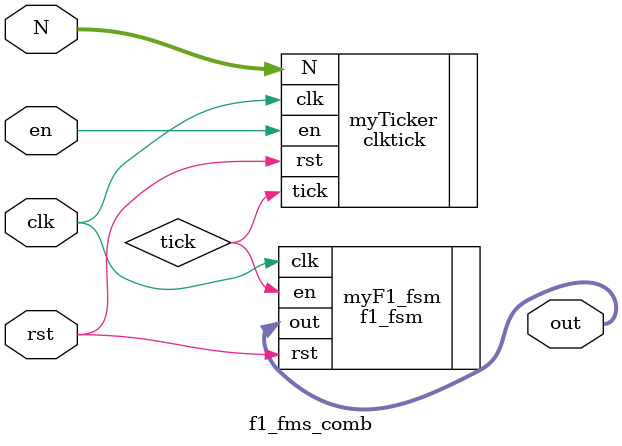
<source format=sv>
module f1_fms_comb #(
	parameter WIDTH = 16
)(
    input   logic               clk,
    input   logic               rst,
    input   logic               en,
    input   logic   [WIDTH-1:0] N,
    output  logic   [7:0]       out
);

logic tick;

clktick myTicker (
    .clk(clk),
    .rst(rst),
    .en(en),
    .N(N),
    .tick(tick)
);

f1_fsm myF1_fsm (
    .clk(clk),
    .rst(rst),
    .en(tick),
    .out(out)
);

endmodule

</source>
